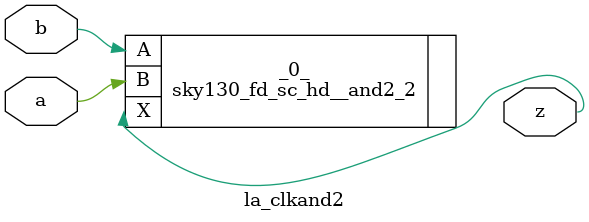
<source format=v>

module la_clkand2(a, b, z);
  input a;
  input b;
  output z;
  sky130_fd_sc_hd__and2_2 _0_ (
    .A(b),
    .B(a),
    .X(z)
  );
endmodule

</source>
